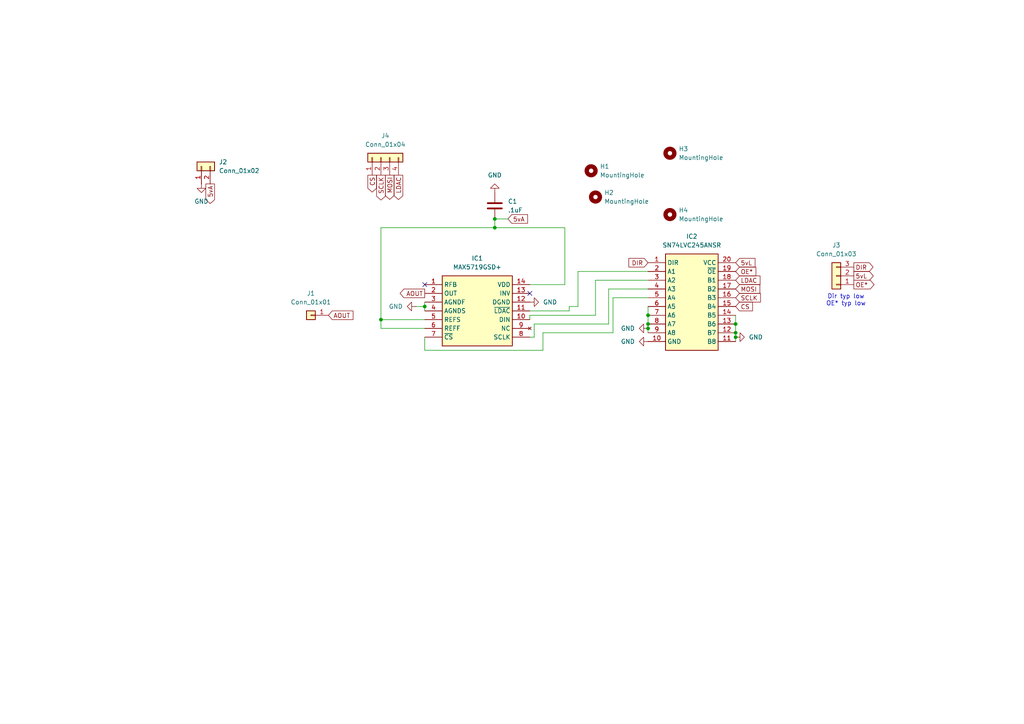
<source format=kicad_sch>
(kicad_sch (version 20231120) (generator "eeschema") (generator_version "8.0")
  (paper "A4")
  (lib_symbols
    (symbol "Connector_Generic:Conn_01x01" (pin_names (offset 1.016) hide)
      (property "Reference" "J" (at 0 2.54 0))
      (property "Value" "Conn_01x01" (at 0 -2.54 0))
      (symbol "Conn_01x01_1_1"
        (rectangle (start -1.27 0.127) (end 0 -0.127) (stroke (width 0.1524)))
        (rectangle (start -1.27 1.27) (end 1.27 -1.27) (stroke (width 0.254)) (fill (type background)))
        (pin passive line (at -5.08 0 0) (length 3.81) (name "Pin_1") (number "1"))
      )
    )
    (symbol "Connector_Generic:Conn_01x02" (pin_names (offset 1.016) hide)
      (property "Reference" "J" (at 0 2.54 0))
      (property "Value" "Conn_01x02" (at 0 -5.08 0))
      (symbol "Conn_01x02_1_1"
        (rectangle (start -1.27 -2.413) (end 0 -2.667) (stroke (width 0.1524)))
        (rectangle (start -1.27 0.127) (end 0 -0.127) (stroke (width 0.1524)))
        (rectangle (start -1.27 1.27) (end 1.27 -3.81) (stroke (width 0.254)) (fill (type background)))
        (pin passive line (at -5.08 0 0) (length 3.81) (name "Pin_1") (number "1"))
        (pin passive line (at -5.08 -2.54 0) (length 3.81) (name "Pin_2") (number "2"))
      )
    )
    (symbol "Connector_Generic:Conn_01x03" (pin_names (offset 1.016) hide)
      (property "Reference" "J" (at 0 5.08 0))
      (property "Value" "Conn_01x03" (at 0 -5.08 0))
      (symbol "Conn_01x03_1_1"
        (rectangle (start -1.27 -2.413) (end 0 -2.667) (stroke (width 0.1524)))
        (rectangle (start -1.27 0.127) (end 0 -0.127) (stroke (width 0.1524)))
        (rectangle (start -1.27 2.667) (end 0 2.413) (stroke (width 0.1524)))
        (rectangle (start -1.27 3.81) (end 1.27 -3.81) (stroke (width 0.254)) (fill (type background)))
        (pin passive line (at -5.08 2.54 0) (length 3.81) (name "Pin_1") (number "1"))
        (pin passive line (at -5.08 0 0) (length 3.81) (name "Pin_2") (number "2"))
        (pin passive line (at -5.08 -2.54 0) (length 3.81) (name "Pin_3") (number "3"))
      )
    )
    (symbol "Connector_Generic:Conn_01x04" (pin_names (offset 1.016) hide)
      (property "Reference" "J" (at 0 5.08 0))
      (property "Value" "Conn_01x04" (at 0 -7.62 0))
      (symbol "Conn_01x04_1_1"
        (rectangle (start -1.27 -4.953) (end 0 -5.207) (stroke (width 0.1524)))
        (rectangle (start -1.27 -2.413) (end 0 -2.667) (stroke (width 0.1524)))
        (rectangle (start -1.27 0.127) (end 0 -0.127) (stroke (width 0.1524)))
        (rectangle (start -1.27 2.667) (end 0 2.413) (stroke (width 0.1524)))
        (rectangle (start -1.27 3.81) (end 1.27 -6.35) (stroke (width 0.254)) (fill (type background)))
        (pin passive line (at -5.08 2.54 0) (length 3.81) (name "Pin_1") (number "1"))
        (pin passive line (at -5.08 0 0) (length 3.81) (name "Pin_2") (number "2"))
        (pin passive line (at -5.08 -2.54 0) (length 3.81) (name "Pin_3") (number "3"))
        (pin passive line (at -5.08 -5.08 0) (length 3.81) (name "Pin_4") (number "4"))
      )
    )
    (symbol "Device:C" (pin_numbers hide) (pin_names (offset 0.254))
      (property "Reference" "C" (at 0.635 2.54 0))
      (property "Value" "C" (at 0.635 -2.54 0))
      (symbol "C_0_1"
        (polyline (pts (xy -2.032 -0.762) (xy 2.032 -0.762)) (stroke (width 0.508)))
        (polyline (pts (xy -2.032 0.762) (xy 2.032 0.762)) (stroke (width 0.508)))
      )
      (symbol "C_1_1"
        (pin passive line (at 0 3.81 270) (length 2.794) (name "~") (number "1"))
        (pin passive line (at 0 -3.81 90) (length 2.794) (name "~") (number "2"))
      )
    )
    (symbol "Mechanical:MountingHole" (pin_names (offset 1.016)) (exclude_from_sim yes) (in_bom no)
      (property "Reference" "H" (at 0 5.08 0))
      (property "Value" "MountingHole" (at 0 3.175 0))
      (symbol "MountingHole_0_1"
        (circle (center 0 0) (radius 1.27) (stroke (width 1.27)))
      )
    )
    (symbol "accessory_test:MAX5719GSD+"
      (property "Reference" "IC" (at 26.67 7.62 0))
      (property "Value" "MAX5719GSD+" (at 26.67 5.08 0))
      (symbol "MAX5719GSD+_1_1"
        (rectangle (start 5.08 2.54) (end 25.4 -17.78) (stroke (width 0.254)) (fill (type background)))
        (pin passive line (at 0 0 0) (length 5.08) (name "RFB") (number "1"))
        (pin passive line (at 30.48 -10.16 180) (length 5.08) (name "DIN") (number "10"))
        (pin passive line (at 30.48 -7.62 180) (length 5.08) (name "~{LDAC}") (number "11"))
        (pin passive line (at 30.48 -5.08 180) (length 5.08) (name "DGND") (number "12"))
        (pin passive line (at 30.48 -2.54 180) (length 5.08) (name "INV") (number "13"))
        (pin passive line (at 30.48 0 180) (length 5.08) (name "VDD") (number "14"))
        (pin passive line (at 0 -2.54 0) (length 5.08) (name "OUT") (number "2"))
        (pin passive line (at 0 -5.08 0) (length 5.08) (name "AGNDF") (number "3"))
        (pin passive line (at 0 -7.62 0) (length 5.08) (name "AGNDS") (number "4"))
        (pin passive line (at 0 -10.16 0) (length 5.08) (name "REFS") (number "5"))
        (pin passive line (at 0 -12.7 0) (length 5.08) (name "REFF") (number "6"))
        (pin passive line (at 0 -15.24 0) (length 5.08) (name "~{CS}") (number "7"))
        (pin passive line (at 30.48 -15.24 180) (length 5.08) (name "SCLK") (number "8"))
        (pin no_connect line (at 30.48 -12.7 180) (length 5.08) (name "NC") (number "9"))
      )
    )
    (symbol "accessory_test:SN74LVC245ANSR"
      (property "Reference" "IC" (at 21.59 7.62 0))
      (property "Value" "SN74LVC245ANSR" (at 21.59 5.08 0))
      (symbol "SN74LVC245ANSR_1_1"
        (rectangle (start 5.08 2.54) (end 20.32 -25.4) (stroke (width 0.254)) (fill (type background)))
        (pin input line (at 0 0 0) (length 5.08) (name "DIR") (number "1"))
        (pin power_in line (at 0 -22.86 0) (length 5.08) (name "GND") (number "10"))
        (pin bidirectional line (at 25.4 -22.86 180) (length 5.08) (name "B8") (number "11"))
        (pin bidirectional line (at 25.4 -20.32 180) (length 5.08) (name "B7") (number "12"))
        (pin bidirectional line (at 25.4 -17.78 180) (length 5.08) (name "B6") (number "13"))
        (pin bidirectional line (at 25.4 -15.24 180) (length 5.08) (name "B5") (number "14"))
        (pin bidirectional line (at 25.4 -12.7 180) (length 5.08) (name "B4") (number "15"))
        (pin bidirectional line (at 25.4 -10.16 180) (length 5.08) (name "B3") (number "16"))
        (pin bidirectional line (at 25.4 -7.62 180) (length 5.08) (name "B2") (number "17"))
        (pin bidirectional line (at 25.4 -5.08 180) (length 5.08) (name "B1") (number "18"))
        (pin input line (at 25.4 -2.54 180) (length 5.08) (name "~{OE}") (number "19"))
        (pin bidirectional line (at 0 -2.54 0) (length 5.08) (name "A1") (number "2"))
        (pin power_in line (at 25.4 0 180) (length 5.08) (name "VCC") (number "20"))
        (pin bidirectional line (at 0 -5.08 0) (length 5.08) (name "A2") (number "3"))
        (pin bidirectional line (at 0 -7.62 0) (length 5.08) (name "A3") (number "4"))
        (pin bidirectional line (at 0 -10.16 0) (length 5.08) (name "A4") (number "5"))
        (pin bidirectional line (at 0 -12.7 0) (length 5.08) (name "A5") (number "6"))
        (pin bidirectional line (at 0 -15.24 0) (length 5.08) (name "A6") (number "7"))
        (pin bidirectional line (at 0 -17.78 0) (length 5.08) (name "A7") (number "8"))
        (pin bidirectional line (at 0 -20.32 0) (length 5.08) (name "A8") (number "9"))
      )
    )
    (symbol "power:GND" (power) (pin_numbers hide) (pin_names (offset 0) hide)
      (property "Value" "GND" (at 0 -3.81 0))
      (symbol "GND_0_1"
        (polyline (pts (xy 0 0) (xy 0 -1.27) (xy 1.27 -1.27) (xy 0 -2.54) (xy -1.27 -1.27) (xy 0 -1.27)))
      )
      (symbol "GND_1_1"
        (pin power_in line (at 0 0 270) (length 0) (name "~") (number "1"))
      )
    )
  )
  (junction (at 213.36 96.52))
  (junction (at 213.36 93.98))
  (junction (at 187.96 91.44))
  (junction (at 143.51 66.04))
  (junction (at 187.96 95.25))
  (junction (at 187.96 93.98))
  (junction (at 213.36 97.79))
  (junction (at 110.49 92.71))
  (junction (at 143.51 63.5))
  (junction (at 123.19 88.9))
  (no_connect (at 153.67 85.09))
  (no_connect (at 123.19 82.55))
  (wire (pts (xy 123.19 88.9) (xy 123.19 87.63)))
  (wire (pts (xy 123.19 88.9) (xy 123.19 90.17)))
  (wire (pts (xy 213.36 93.98) (xy 213.36 96.52)))
  (wire (pts (xy 154.94 93.98) (xy 154.94 97.79)))
  (wire (pts (xy 213.36 91.44) (xy 213.36 93.98)))
  (wire (pts (xy 157.48 96.52) (xy 157.48 101.6)))
  (wire (pts (xy 187.96 91.44) (xy 187.96 93.98)))
  (wire (pts (xy 165.1 90.17) (xy 153.67 90.17)))
  (wire (pts (xy 157.48 96.52) (xy 177.8 96.52)))
  (wire (pts (xy 187.96 93.98) (xy 187.96 95.25)))
  (wire (pts (xy 187.96 81.28) (xy 172.72 81.28)))
  (wire (pts (xy 154.94 97.79) (xy 153.67 97.79)))
  (wire (pts (xy 187.96 86.36) (xy 177.8 86.36)))
  (wire (pts (xy 167.64 88.9) (xy 165.1 88.9)))
  (wire (pts (xy 153.67 91.44) (xy 153.67 92.71)))
  (wire (pts (xy 165.1 88.9) (xy 165.1 90.17)))
  (wire (pts (xy 110.49 66.04) (xy 143.51 66.04)))
  (wire (pts (xy 153.67 82.55) (xy 163.83 82.55)))
  (wire (pts (xy 123.19 101.6) (xy 123.19 97.79)))
  (wire (pts (xy 163.83 82.55) (xy 163.83 66.04)))
  (wire (pts (xy 123.19 95.25) (xy 110.49 95.25)))
  (wire (pts (xy 187.96 83.82) (xy 176.53 83.82)))
  (wire (pts (xy 153.67 91.44) (xy 172.72 91.44)))
  (wire (pts (xy 123.19 92.71) (xy 110.49 92.71)))
  (wire (pts (xy 172.72 81.28) (xy 172.72 91.44)))
  (wire (pts (xy 143.51 66.04) (xy 143.51 63.5)))
  (wire (pts (xy 157.48 101.6) (xy 123.19 101.6)))
  (wire (pts (xy 143.51 66.04) (xy 163.83 66.04)))
  (wire (pts (xy 147.32 63.5) (xy 143.51 63.5)))
  (wire (pts (xy 177.8 86.36) (xy 177.8 96.52)))
  (wire (pts (xy 154.94 93.98) (xy 176.53 93.98)))
  (wire (pts (xy 120.65 88.9) (xy 123.19 88.9)))
  (wire (pts (xy 187.96 88.9) (xy 187.96 91.44)))
  (wire (pts (xy 187.96 95.25) (xy 187.96 96.52)))
  (wire (pts (xy 167.64 78.74) (xy 167.64 88.9)))
  (wire (pts (xy 213.36 96.52) (xy 213.36 97.79)))
  (wire (pts (xy 110.49 95.25) (xy 110.49 92.71)))
  (wire (pts (xy 176.53 83.82) (xy 176.53 93.98)))
  (wire (pts (xy 110.49 92.71) (xy 110.49 66.04)))
  (wire (pts (xy 213.36 97.79) (xy 213.36 99.06)))
  (wire (pts (xy 187.96 78.74) (xy 167.64 78.74)))
  (text "Dir typ low\nOE* typ low" (at 245.364 87.122 0) (effects (font (size 1.27 1.27))))
  (global_label "CS" (shape output) (at 107.95 50.8 270) (property "Intersheetrefs" "${INTERSHEET_REFS}" (effects (hide yes))))
  (global_label "DIR" (shape output) (at 247.65 77.47 0) (property "Intersheetrefs" "${INTERSHEET_REFS}" (effects (hide yes))))
  (global_label "SCLK" (shape output) (at 110.49 50.8 270) (property "Intersheetrefs" "${INTERSHEET_REFS}" (effects (hide yes))))
  (global_label "5vL" (shape input) (at 213.36 76.2 0) (property "Intersheetrefs" "${INTERSHEET_REFS}" (effects (hide yes))))
  (global_label "AOUT" (shape output) (at 123.19 85.09 180) (property "Intersheetrefs" "${INTERSHEET_REFS}" (effects (hide yes))))
  (global_label "5vL" (shape output) (at 247.65 80.01 0) (property "Intersheetrefs" "${INTERSHEET_REFS}" (effects (hide yes))))
  (global_label "LDAC" (shape output) (at 115.57 50.8 270) (property "Intersheetrefs" "${INTERSHEET_REFS}" (effects (hide yes))))
  (global_label "MOSI" (shape output) (at 113.03 50.8 270) (property "Intersheetrefs" "${INTERSHEET_REFS}" (effects (hide yes))))
  (global_label "SCLK" (shape input) (at 213.36 86.36 0) (property "Intersheetrefs" "${INTERSHEET_REFS}" (effects (hide yes))))
  (global_label "AOUT" (shape input) (at 95.25 91.44 0) (property "Intersheetrefs" "${INTERSHEET_REFS}" (effects (hide yes))))
  (global_label "OE*" (shape output) (at 247.65 82.55 0) (property "Intersheetrefs" "${INTERSHEET_REFS}" (effects (hide yes))))
  (global_label "OE*" (shape input) (at 213.36 78.74 0) (property "Intersheetrefs" "${INTERSHEET_REFS}" (effects (hide yes))))
  (global_label "CS" (shape input) (at 213.36 88.9 0) (property "Intersheetrefs" "${INTERSHEET_REFS}" (effects (hide yes))))
  (global_label "5vA" (shape output) (at 60.96 53.34 270) (property "Intersheetrefs" "${INTERSHEET_REFS}" (effects (hide yes))))
  (global_label "MOSI" (shape input) (at 213.36 83.82 0) (property "Intersheetrefs" "${INTERSHEET_REFS}" (effects (hide yes))))
  (global_label "5vA" (shape input) (at 147.32 63.5 0) (property "Intersheetrefs" "${INTERSHEET_REFS}" (effects (hide yes))))
  (global_label "DIR" (shape input) (at 187.96 76.2 180) (property "Intersheetrefs" "${INTERSHEET_REFS}" (effects (hide yes))))
  (global_label "LDAC" (shape input) (at 213.36 81.28 0) (property "Intersheetrefs" "${INTERSHEET_REFS}" (effects (hide yes))))
  (symbol (lib_id "Connector_Generic:Conn_01x01") (at 90.17 91.44 180) (unit 1)
    (property "Reference" "J1" (at 90.17 85.09 0))
    (property "Value" "Conn_01x01" (at 90.17 87.63 0))
    (property "Footprint" "Connector_PinHeader_2.54mm:PinHeader_1x01_P2.54mm_Vertical" (effects (hide yes)))
    (property "Description" "Generic connector, single row, 01x01, script generated (kicad-library-utils/schlib/autogen/connector/)" (effects (hide yes)))
  )
  (symbol (lib_id "Mechanical:MountingHole") (at 172.72 57.15 0) (unit 1) (exclude_from_sim yes) (in_bom no)
    (property "Reference" "H2" (at 175.26 55.8799 0) (effects (justify left)))
    (property "Value" "MountingHole" (at 175.26 58.4199 0) (effects (justify left)))
    (property "Footprint" "MountingHole:MountingHole_2.7mm_M2.5_DIN965" (effects (hide yes)))
    (property "Description" "Mounting Hole without connection" (effects (hide yes)))
  )
  (symbol (lib_id "power:GND") (at 153.67 87.63 90) (unit 1)
    (property "Reference" "#PWR06" (effects (hide yes)))
    (property "Value" "GND" (at 157.48 87.6299 90) (effects (justify right)))
    (property "Description" "Power symbol creates a global label with name \"GND\" , ground" (effects (hide yes)))
  )
  (symbol (lib_id "accessory_test:SN74LVC245ANSR") (at 187.96 76.2 0) (unit 1)
    (property "Reference" "IC2" (at 200.66 68.58 0))
    (property "Value" "SN74LVC245ANSR" (at 200.66 71.12 0))
    (property "Footprint" "temp_deleteme:SOIC127P780X200-20N" (effects (hide yes)))
    (property "Datasheet" "http://www.ti.com/lit/gpn/sn74lvc245a" (effects (hide yes)))
    (property "Description" "Octal Bus Transceiver With 3-State Outputs" (effects (hide yes)))
    (property "Height" "2" (effects (hide yes)))
    (property "Mouser Part Number" "595-SN74LVC245ANSR" (effects (hide yes)))
    (property "Mouser Price/Stock" "https://www.mouser.co.uk/ProductDetail/Texas-Instruments/SN74LVC245ANSR?qs=LfG3tU9ud8A%2FDA1e1%2FTzkQ%3D%3D" (effects (hide yes)))
    (property "Manufacturer_Name" "Texas Instruments" (effects (hide yes)))
    (property "Manufacturer_Part_Number" "SN74LVC245ANSR" (effects (hide yes)))
  )
  (symbol (lib_id "Mechanical:MountingHole") (at 194.31 44.45 0) (unit 1) (exclude_from_sim yes) (in_bom no)
    (property "Reference" "H3" (at 196.85 43.1799 0) (effects (justify left)))
    (property "Value" "MountingHole" (at 196.85 45.7199 0) (effects (justify left)))
    (property "Footprint" "MountingHole:MountingHole_2.7mm_M2.5_DIN965" (effects (hide yes)))
    (property "Description" "Mounting Hole without connection" (effects (hide yes)))
  )
  (symbol (lib_id "power:GND") (at 58.42 53.34 0) (unit 1)
    (property "Reference" "#PWR05" (effects (hide yes)))
    (property "Value" "GND" (at 58.42 58.42 0))
    (property "Description" "Power symbol creates a global label with name \"GND\" , ground" (effects (hide yes)))
  )
  (symbol (lib_id "power:GND") (at 213.36 97.79 90) (unit 1)
    (property "Reference" "#PWR09" (effects (hide yes)))
    (property "Value" "GND" (at 217.17 97.7899 90) (effects (justify right)))
    (property "Description" "Power symbol creates a global label with name \"GND\" , ground" (effects (hide yes)))
  )
  (symbol (lib_id "power:GND") (at 143.51 55.88 180) (unit 1)
    (property "Reference" "#PWR01" (effects (hide yes)))
    (property "Value" "GND" (at 143.51 50.8 0))
    (property "Description" "Power symbol creates a global label with name \"GND\" , ground" (effects (hide yes)))
  )
  (symbol (lib_id "power:GND") (at 120.65 88.9 270) (unit 1)
    (property "Reference" "#PWR02" (effects (hide yes)))
    (property "Value" "GND" (at 116.84 88.8999 90) (effects (justify right)))
    (property "Description" "Power symbol creates a global label with name \"GND\" , ground" (effects (hide yes)))
  )
  (symbol (lib_id "Connector_Generic:Conn_01x03") (at 242.57 80.01 180) (unit 1)
    (property "Reference" "J3" (at 242.57 71.12 0))
    (property "Value" "Conn_01x03" (at 242.57 73.66 0))
    (property "Footprint" "Connector_PinHeader_2.54mm:PinHeader_1x03_P2.54mm_Vertical" (effects (hide yes)))
    (property "Description" "Generic connector, single row, 01x03, script generated (kicad-library-utils/schlib/autogen/connector/)" (effects (hide yes)))
  )
  (symbol (lib_id "Mechanical:MountingHole") (at 171.45 49.53 0) (unit 1) (exclude_from_sim yes) (in_bom no)
    (property "Reference" "H1" (at 173.99 48.2599 0) (effects (justify left)))
    (property "Value" "MountingHole" (at 173.99 50.7999 0) (effects (justify left)))
    (property "Footprint" "MountingHole:MountingHole_2.7mm_M2.5_DIN965" (effects (hide yes)))
    (property "Description" "Mounting Hole without connection" (effects (hide yes)))
  )
  (symbol (lib_id "Connector_Generic:Conn_01x02") (at 58.42 48.26 90) (unit 1)
    (property "Reference" "J2" (at 63.5 46.9899 90) (effects (justify right)))
    (property "Value" "Conn_01x02" (at 63.5 49.5299 90) (effects (justify right)))
    (property "Footprint" "Connector_PinHeader_2.54mm:PinHeader_1x02_P2.54mm_Vertical" (effects (hide yes)))
    (property "Description" "Generic connector, single row, 01x02, script generated (kicad-library-utils/schlib/autogen/connector/)" (effects (hide yes)))
  )
  (symbol (lib_id "Mechanical:MountingHole") (at 194.31 62.23 0) (unit 1) (exclude_from_sim yes) (in_bom no)
    (property "Reference" "H4" (at 196.85 60.9599 0) (effects (justify left)))
    (property "Value" "MountingHole" (at 196.85 63.4999 0) (effects (justify left)))
    (property "Footprint" "MountingHole:MountingHole_2.7mm_M2.5_DIN965" (effects (hide yes)))
    (property "Description" "Mounting Hole without connection" (effects (hide yes)))
  )
  (symbol (lib_id "accessory_test:MAX5719GSD+") (at 123.19 82.55 0) (unit 1)
    (property "Reference" "IC1" (at 138.43 74.93 0))
    (property "Value" "MAX5719GSD+" (at 138.43 77.47 0))
    (property "Footprint" "accessory_test:MAX5719" (effects (hide yes)))
    (property "Datasheet" "https://componentsearchengine.com/Datasheets/2/MAX5719GSD+.pdf" (effects (hide yes)))
    (property "Description" "20-Bit Voltage DAC 5V 50MHz SPI SOIC14" (effects (hide yes)))
    (property "Height" "1.75" (effects (hide yes)))
    (property "Mouser Part Number" "700-MAX5719GSD+" (effects (hide yes)))
    (property "Mouser Price/Stock" "https://www.mouser.co.uk/ProductDetail/Maxim-Integrated/MAX5719GSD%2b?qs=AfeIN4OqR0AnoTrmfGA2Mg%3D%3D" (effects (hide yes)))
    (property "Manufacturer_Name" "Analog Devices" (effects (hide yes)))
    (property "Manufacturer_Part_Number" "MAX5719GSD+" (effects (hide yes)))
  )
  (symbol (lib_id "Connector_Generic:Conn_01x04") (at 110.49 45.72 90) (unit 1)
    (property "Reference" "J4" (at 111.76 39.37 90))
    (property "Value" "Conn_01x04" (at 111.76 41.91 90))
    (property "Footprint" "Connector_PinHeader_2.54mm:PinHeader_1x04_P2.54mm_Vertical" (effects (hide yes)))
    (property "Description" "Generic connector, single row, 01x04, script generated (kicad-library-utils/schlib/autogen/connector/)" (effects (hide yes)))
  )
  (symbol (lib_id "power:GND") (at 187.96 99.06 270) (unit 1)
    (property "Reference" "#PWR07" (effects (hide yes)))
    (property "Value" "GND" (at 184.15 99.0599 90) (effects (justify right)))
    (property "Description" "Power symbol creates a global label with name \"GND\" , ground" (effects (hide yes)))
  )
  (symbol (lib_id "power:GND") (at 187.96 95.25 270) (unit 1)
    (property "Reference" "#PWR08" (effects (hide yes)))
    (property "Value" "GND" (at 184.15 95.2499 90) (effects (justify right)))
    (property "Description" "Power symbol creates a global label with name \"GND\" , ground" (effects (hide yes)))
  )
  (symbol (lib_id "Device:C") (at 143.51 59.69 0) (unit 1)
    (property "Reference" "C1" (at 147.32 58.42 0) (effects (justify left)))
    (property "Value" ".1uF" (at 147.32 60.96 0) (effects (justify left)))
    (property "Footprint" "Capacitor_SMD:C_0603_1608Metric" (effects (hide yes)))
  )
)
</source>
